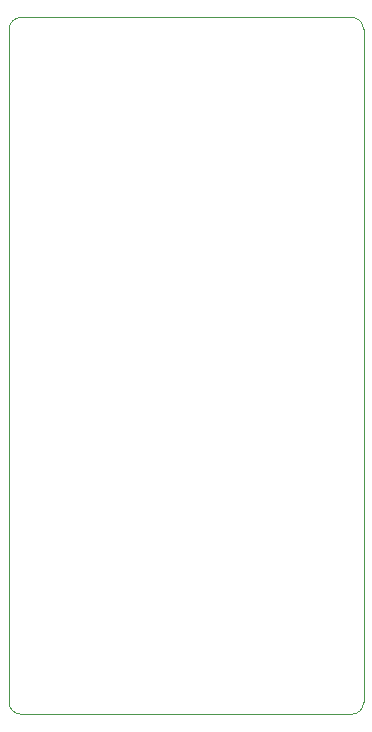
<source format=gm1>
%TF.GenerationSoftware,KiCad,Pcbnew,(5.1.9)-1*%
%TF.CreationDate,2021-06-12T20:34:52+01:00*%
%TF.ProjectId,ModulePullUpDown,4d6f6475-6c65-4507-956c-6c5570446f77,rev?*%
%TF.SameCoordinates,Original*%
%TF.FileFunction,Profile,NP*%
%FSLAX46Y46*%
G04 Gerber Fmt 4.6, Leading zero omitted, Abs format (unit mm)*
G04 Created by KiCad (PCBNEW (5.1.9)-1) date 2021-06-12 20:34:52*
%MOMM*%
%LPD*%
G01*
G04 APERTURE LIST*
%TA.AperFunction,Profile*%
%ADD10C,0.050000*%
%TD*%
G04 APERTURE END LIST*
D10*
X21000000Y-79500000D02*
G75*
G02*
X20000000Y-78500000I0J1000000D01*
G01*
X50000000Y-78500000D02*
G75*
G02*
X49000000Y-79500000I-1000000J0D01*
G01*
X49000000Y-20500000D02*
G75*
G02*
X50000000Y-21500000I0J-1000000D01*
G01*
X20000000Y-21500000D02*
G75*
G02*
X21000000Y-20500000I1000000J0D01*
G01*
X20000000Y-78500000D02*
X20000000Y-21500000D01*
X49000000Y-79500000D02*
X21000000Y-79500000D01*
X50000000Y-21500000D02*
X50000000Y-78500000D01*
X21000000Y-20500000D02*
X49000000Y-20500000D01*
M02*

</source>
